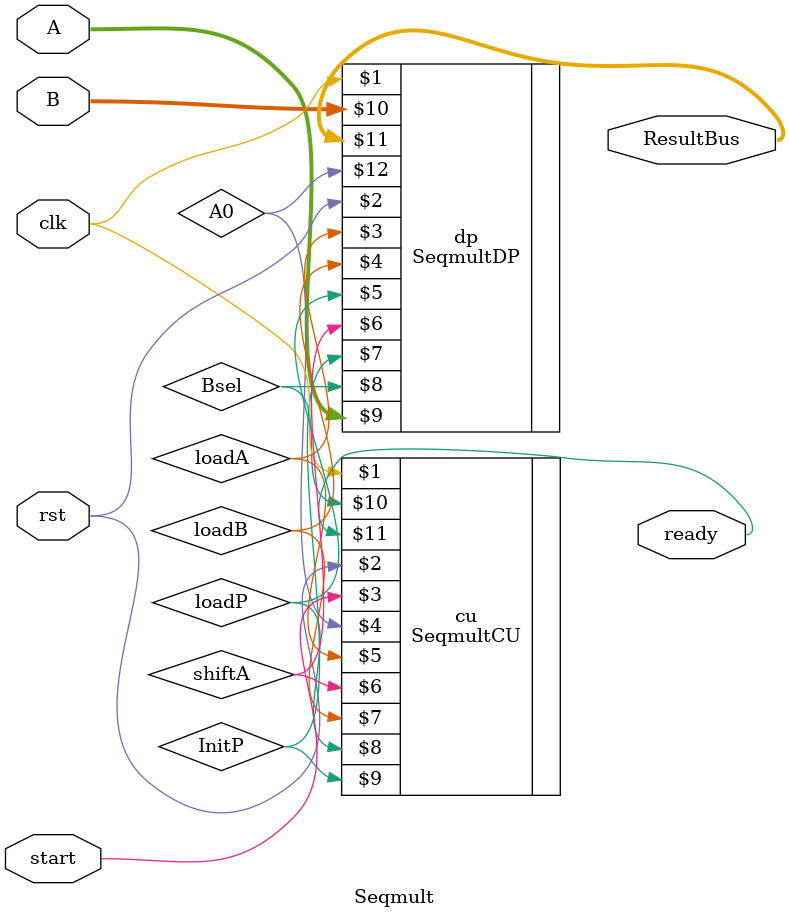
<source format=sv>
`timescale 1ns/1ns

module Seqmult(input clk, rst, start, input [23:0] A, B, output [47:0] ResultBus, output ready);
	wire A0;
	wire loadA,loadB,loadP,shiftA,InitP,Bsel;

	SeqmultDP dp (clk,rst,loadA,loadB,loadP,shiftA,InitP,Bsel,A,B,ResultBus,A0);
	SeqmultCU cu (clk,rst,start,A0,loadA,shiftA,loadB,loadP,InitP,Bsel,ready);
endmodule

</source>
